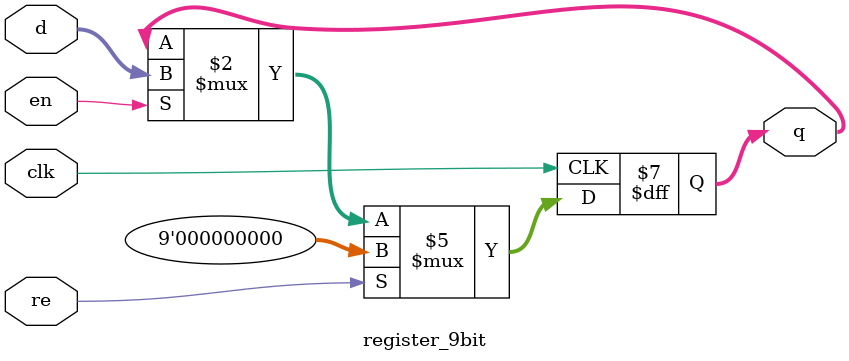
<source format=v>
module register_9bit (
    input wire [8:0] d,
    input wire clk,
    input wire en, // Write enable
    input wire re, // Reset enable
    output reg [8:0] q
);
    always @(posedge clk) begin
        if (re) // Reset has higher priority
            q <= 9'b0;
        else if (en) // Write to register only if reset is not active
            q <= d;
    end
endmodule

</source>
